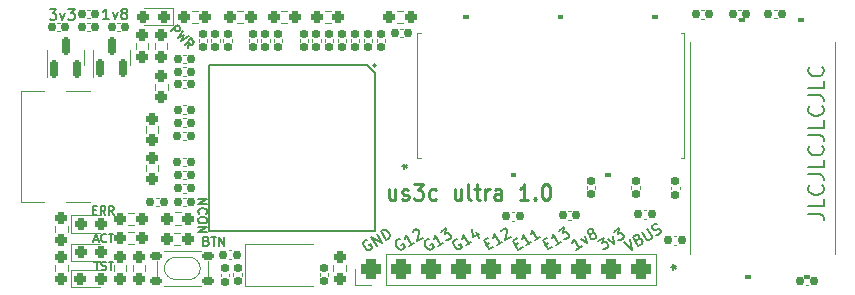
<source format=gto>
G04 #@! TF.GenerationSoftware,KiCad,Pcbnew,(6.0.11-0)*
G04 #@! TF.CreationDate,2023-02-06T17:09:19+08:00*
G04 #@! TF.ProjectId,us3c,75733363-2e6b-4696-9361-645f70636258,rev?*
G04 #@! TF.SameCoordinates,Original*
G04 #@! TF.FileFunction,Legend,Top*
G04 #@! TF.FilePolarity,Positive*
%FSLAX46Y46*%
G04 Gerber Fmt 4.6, Leading zero omitted, Abs format (unit mm)*
G04 Created by KiCad (PCBNEW (6.0.11-0)) date 2023-02-06 17:09:19*
%MOMM*%
%LPD*%
G01*
G04 APERTURE LIST*
G04 Aperture macros list*
%AMRoundRect*
0 Rectangle with rounded corners*
0 $1 Rounding radius*
0 $2 $3 $4 $5 $6 $7 $8 $9 X,Y pos of 4 corners*
0 Add a 4 corners polygon primitive as box body*
4,1,4,$2,$3,$4,$5,$6,$7,$8,$9,$2,$3,0*
0 Add four circle primitives for the rounded corners*
1,1,$1+$1,$2,$3*
1,1,$1+$1,$4,$5*
1,1,$1+$1,$6,$7*
1,1,$1+$1,$8,$9*
0 Add four rect primitives between the rounded corners*
20,1,$1+$1,$2,$3,$4,$5,0*
20,1,$1+$1,$4,$5,$6,$7,0*
20,1,$1+$1,$6,$7,$8,$9,0*
20,1,$1+$1,$8,$9,$2,$3,0*%
G04 Aperture macros list end*
%ADD10C,0.150000*%
%ADD11C,0.228600*%
%ADD12C,0.200000*%
%ADD13C,0.120000*%
%ADD14C,0.100000*%
%ADD15RoundRect,0.237500X-0.287500X-0.237500X0.287500X-0.237500X0.287500X0.237500X-0.287500X0.237500X0*%
%ADD16RoundRect,0.150000X0.150000X-0.587500X0.150000X0.587500X-0.150000X0.587500X-0.150000X-0.587500X0*%
%ADD17RoundRect,0.237500X-0.237500X0.250000X-0.237500X-0.250000X0.237500X-0.250000X0.237500X0.250000X0*%
%ADD18RoundRect,0.155000X-0.212500X-0.155000X0.212500X-0.155000X0.212500X0.155000X-0.212500X0.155000X0*%
%ADD19RoundRect,0.155000X-0.155000X0.212500X-0.155000X-0.212500X0.155000X-0.212500X0.155000X0.212500X0*%
%ADD20C,0.410000*%
%ADD21C,0.650000*%
%ADD22R,2.000000X0.600000*%
%ADD23R,2.000000X0.300000*%
%ADD24R,1.450000X0.600000*%
%ADD25O,1.600000X1.000000*%
%ADD26O,2.100000X1.000000*%
%ADD27RoundRect,0.175260X-0.349250X-0.175260X0.349250X-0.175260X0.349250X0.175260X-0.349250X0.175260X0*%
%ADD28RoundRect,0.155000X0.212500X0.155000X-0.212500X0.155000X-0.212500X-0.155000X0.212500X-0.155000X0*%
%ADD29RoundRect,0.237500X0.237500X-0.250000X0.237500X0.250000X-0.237500X0.250000X-0.237500X-0.250000X0*%
%ADD30RoundRect,0.237500X-0.250000X-0.237500X0.250000X-0.237500X0.250000X0.237500X-0.250000X0.237500X0*%
%ADD31RoundRect,0.155000X0.155000X-0.212500X0.155000X0.212500X-0.155000X0.212500X-0.155000X-0.212500X0*%
%ADD32RoundRect,0.425000X0.425000X-0.425000X0.425000X0.425000X-0.425000X0.425000X-0.425000X-0.425000X0*%
%ADD33R,0.508000X1.193800*%
%ADD34R,0.254000X1.282700*%
%ADD35RoundRect,0.237500X0.250000X0.237500X-0.250000X0.237500X-0.250000X-0.237500X0.250000X-0.237500X0*%
%ADD36RoundRect,0.237500X0.287500X0.237500X-0.287500X0.237500X-0.287500X-0.237500X0.287500X-0.237500X0*%
%ADD37R,2.000000X2.400000*%
G04 APERTURE END LIST*
D10*
X45256754Y-38230945D02*
X45161094Y-38236687D01*
X45049748Y-38300973D01*
X44959831Y-38402374D01*
X44928457Y-38519462D01*
X44934199Y-38615121D01*
X44982798Y-38785011D01*
X45047083Y-38896357D01*
X45169913Y-39023390D01*
X45249885Y-39076192D01*
X45366973Y-39107566D01*
X45499748Y-39080396D01*
X45573979Y-39037538D01*
X45663896Y-38936137D01*
X45679583Y-38877593D01*
X45529583Y-38617786D01*
X45381122Y-38703500D01*
X46056479Y-38758967D02*
X45606479Y-37979544D01*
X46501863Y-38501824D01*
X46051863Y-37722401D01*
X46873017Y-38287538D02*
X46423017Y-37508116D01*
X46608594Y-37400973D01*
X46741368Y-37373802D01*
X46858456Y-37405176D01*
X46938429Y-37457978D01*
X47061259Y-37585011D01*
X47125544Y-37696357D01*
X47174143Y-37866247D01*
X47179885Y-37961907D01*
X47148511Y-38078994D01*
X47058594Y-38180396D01*
X46873017Y-38287538D01*
X30948085Y-34798000D02*
X31710085Y-34798000D01*
X30948085Y-35233428D01*
X31710085Y-35233428D01*
X31020657Y-36031714D02*
X30984371Y-35995428D01*
X30948085Y-35886571D01*
X30948085Y-35814000D01*
X30984371Y-35705142D01*
X31056942Y-35632571D01*
X31129514Y-35596285D01*
X31274657Y-35560000D01*
X31383514Y-35560000D01*
X31528657Y-35596285D01*
X31601228Y-35632571D01*
X31673800Y-35705142D01*
X31710085Y-35814000D01*
X31710085Y-35886571D01*
X31673800Y-35995428D01*
X31637514Y-36031714D01*
X31710085Y-36503428D02*
X31710085Y-36648571D01*
X31673800Y-36721142D01*
X31601228Y-36793714D01*
X31456085Y-36830000D01*
X31202085Y-36830000D01*
X31056942Y-36793714D01*
X30984371Y-36721142D01*
X30948085Y-36648571D01*
X30948085Y-36503428D01*
X30984371Y-36430857D01*
X31056942Y-36358285D01*
X31202085Y-36322000D01*
X31456085Y-36322000D01*
X31601228Y-36358285D01*
X31673800Y-36430857D01*
X31710085Y-36503428D01*
X30948085Y-37156571D02*
X31710085Y-37156571D01*
X30948085Y-37592000D01*
X31710085Y-37592000D01*
X66980829Y-38447373D02*
X67690637Y-39076796D01*
X67500444Y-38147373D01*
X68234345Y-38218526D02*
X68367120Y-38191356D01*
X68425664Y-38207043D01*
X68505636Y-38259845D01*
X68569922Y-38371191D01*
X68575664Y-38466851D01*
X68559977Y-38525394D01*
X68507175Y-38605367D01*
X68210252Y-38776796D01*
X67760252Y-37997373D01*
X68020059Y-37847373D01*
X68115719Y-37841631D01*
X68174263Y-37857318D01*
X68254235Y-37910120D01*
X68297092Y-37984351D01*
X68302834Y-38080010D01*
X68287147Y-38138554D01*
X68234345Y-38218526D01*
X67974538Y-38368526D01*
X68539675Y-37547373D02*
X68903960Y-38178334D01*
X68983933Y-38231136D01*
X69042477Y-38246823D01*
X69138136Y-38241081D01*
X69286598Y-38155367D01*
X69339400Y-38075394D01*
X69355087Y-38016851D01*
X69349345Y-37921191D01*
X68985059Y-37290230D01*
X69747669Y-37839680D02*
X69880444Y-37812510D01*
X70066021Y-37705367D01*
X70118823Y-37625394D01*
X70134510Y-37566851D01*
X70128768Y-37471191D01*
X70085911Y-37396960D01*
X70005938Y-37344158D01*
X69947394Y-37328471D01*
X69851735Y-37334213D01*
X69681845Y-37382812D01*
X69586185Y-37388554D01*
X69527642Y-37372867D01*
X69447669Y-37320065D01*
X69404812Y-37245834D01*
X69399070Y-37150175D01*
X69414757Y-37091631D01*
X69467559Y-37011658D01*
X69653136Y-36904516D01*
X69785911Y-36877345D01*
X23412514Y-19584142D02*
X22898228Y-19584142D01*
X23155371Y-19584142D02*
X23155371Y-18684142D01*
X23069657Y-18812714D01*
X22983942Y-18898428D01*
X22898228Y-18941285D01*
X23712514Y-18984142D02*
X23926800Y-19584142D01*
X24141085Y-18984142D01*
X24612514Y-19069857D02*
X24526800Y-19027000D01*
X24483942Y-18984142D01*
X24441085Y-18898428D01*
X24441085Y-18855571D01*
X24483942Y-18769857D01*
X24526800Y-18727000D01*
X24612514Y-18684142D01*
X24783942Y-18684142D01*
X24869657Y-18727000D01*
X24912514Y-18769857D01*
X24955371Y-18855571D01*
X24955371Y-18898428D01*
X24912514Y-18984142D01*
X24869657Y-19027000D01*
X24783942Y-19069857D01*
X24612514Y-19069857D01*
X24526800Y-19112714D01*
X24483942Y-19155571D01*
X24441085Y-19241285D01*
X24441085Y-19412714D01*
X24483942Y-19498428D01*
X24526800Y-19541285D01*
X24612514Y-19584142D01*
X24783942Y-19584142D01*
X24869657Y-19541285D01*
X24912514Y-19498428D01*
X24955371Y-19412714D01*
X24955371Y-19241285D01*
X24912514Y-19155571D01*
X24869657Y-19112714D01*
X24783942Y-19069857D01*
X63410586Y-38811338D02*
X62965202Y-39068481D01*
X63187894Y-38939910D02*
X62737894Y-38160487D01*
X62727949Y-38314690D01*
X62696576Y-38431778D01*
X62643773Y-38511751D01*
X63370394Y-38141723D02*
X63855971Y-38554196D01*
X63741548Y-37927437D01*
X64192674Y-37765954D02*
X64097015Y-37771696D01*
X64038471Y-37756009D01*
X63958498Y-37703207D01*
X63937070Y-37666091D01*
X63931328Y-37570432D01*
X63947015Y-37511888D01*
X63999817Y-37431916D01*
X64148278Y-37346201D01*
X64243938Y-37340459D01*
X64302482Y-37356146D01*
X64382454Y-37408948D01*
X64403883Y-37446064D01*
X64409625Y-37541723D01*
X64393938Y-37600267D01*
X64341136Y-37680240D01*
X64192674Y-37765954D01*
X64139872Y-37845926D01*
X64124185Y-37904470D01*
X64129927Y-38000130D01*
X64215641Y-38148591D01*
X64295614Y-38201393D01*
X64354158Y-38217080D01*
X64449817Y-38211338D01*
X64598278Y-38125624D01*
X64651081Y-38045652D01*
X64666767Y-37987108D01*
X64661026Y-37891448D01*
X64575311Y-37742987D01*
X64495339Y-37690185D01*
X64436795Y-37674498D01*
X64341136Y-37680240D01*
D11*
X47649656Y-33986028D02*
X47649656Y-34852695D01*
X47092513Y-33986028D02*
X47092513Y-34666980D01*
X47154418Y-34790790D01*
X47278228Y-34852695D01*
X47463942Y-34852695D01*
X47587751Y-34790790D01*
X47649656Y-34728885D01*
X48206799Y-34790790D02*
X48330609Y-34852695D01*
X48578228Y-34852695D01*
X48702037Y-34790790D01*
X48763942Y-34666980D01*
X48763942Y-34605076D01*
X48702037Y-34481266D01*
X48578228Y-34419361D01*
X48392513Y-34419361D01*
X48268704Y-34357457D01*
X48206799Y-34233647D01*
X48206799Y-34171742D01*
X48268704Y-34047933D01*
X48392513Y-33986028D01*
X48578228Y-33986028D01*
X48702037Y-34047933D01*
X49197275Y-33552695D02*
X50002037Y-33552695D01*
X49568704Y-34047933D01*
X49754418Y-34047933D01*
X49878228Y-34109838D01*
X49940132Y-34171742D01*
X50002037Y-34295552D01*
X50002037Y-34605076D01*
X49940132Y-34728885D01*
X49878228Y-34790790D01*
X49754418Y-34852695D01*
X49382990Y-34852695D01*
X49259180Y-34790790D01*
X49197275Y-34728885D01*
X51116323Y-34790790D02*
X50992513Y-34852695D01*
X50744894Y-34852695D01*
X50621085Y-34790790D01*
X50559180Y-34728885D01*
X50497275Y-34605076D01*
X50497275Y-34233647D01*
X50559180Y-34109838D01*
X50621085Y-34047933D01*
X50744894Y-33986028D01*
X50992513Y-33986028D01*
X51116323Y-34047933D01*
X53221085Y-33986028D02*
X53221085Y-34852695D01*
X52663942Y-33986028D02*
X52663942Y-34666980D01*
X52725847Y-34790790D01*
X52849656Y-34852695D01*
X53035370Y-34852695D01*
X53159180Y-34790790D01*
X53221085Y-34728885D01*
X54025847Y-34852695D02*
X53902037Y-34790790D01*
X53840132Y-34666980D01*
X53840132Y-33552695D01*
X54335370Y-33986028D02*
X54830609Y-33986028D01*
X54521085Y-33552695D02*
X54521085Y-34666980D01*
X54582990Y-34790790D01*
X54706799Y-34852695D01*
X54830609Y-34852695D01*
X55263942Y-34852695D02*
X55263942Y-33986028D01*
X55263942Y-34233647D02*
X55325847Y-34109838D01*
X55387751Y-34047933D01*
X55511561Y-33986028D01*
X55635370Y-33986028D01*
X56625847Y-34852695D02*
X56625847Y-34171742D01*
X56563942Y-34047933D01*
X56440132Y-33986028D01*
X56192513Y-33986028D01*
X56068704Y-34047933D01*
X56625847Y-34790790D02*
X56502037Y-34852695D01*
X56192513Y-34852695D01*
X56068704Y-34790790D01*
X56006799Y-34666980D01*
X56006799Y-34543171D01*
X56068704Y-34419361D01*
X56192513Y-34357457D01*
X56502037Y-34357457D01*
X56625847Y-34295552D01*
X58916323Y-34852695D02*
X58173466Y-34852695D01*
X58544894Y-34852695D02*
X58544894Y-33552695D01*
X58421085Y-33738409D01*
X58297275Y-33862219D01*
X58173466Y-33924123D01*
X59473466Y-34728885D02*
X59535370Y-34790790D01*
X59473466Y-34852695D01*
X59411561Y-34790790D01*
X59473466Y-34728885D01*
X59473466Y-34852695D01*
X60340132Y-33552695D02*
X60463942Y-33552695D01*
X60587751Y-33614600D01*
X60649656Y-33676504D01*
X60711561Y-33800314D01*
X60773466Y-34047933D01*
X60773466Y-34357457D01*
X60711561Y-34605076D01*
X60649656Y-34728885D01*
X60587751Y-34790790D01*
X60463942Y-34852695D01*
X60340132Y-34852695D01*
X60216323Y-34790790D01*
X60154418Y-34728885D01*
X60092513Y-34605076D01*
X60030609Y-34357457D01*
X60030609Y-34047933D01*
X60092513Y-33800314D01*
X60154418Y-33676504D01*
X60216323Y-33614600D01*
X60340132Y-33552695D01*
D10*
X22114933Y-38248166D02*
X22453600Y-38248166D01*
X22047200Y-38458623D02*
X22284266Y-37722023D01*
X22521333Y-38458623D01*
X23164800Y-38388471D02*
X23130933Y-38423547D01*
X23029333Y-38458623D01*
X22961600Y-38458623D01*
X22860000Y-38423547D01*
X22792266Y-38353395D01*
X22758400Y-38283242D01*
X22724533Y-38142938D01*
X22724533Y-38037709D01*
X22758400Y-37897404D01*
X22792266Y-37827252D01*
X22860000Y-37757100D01*
X22961600Y-37722023D01*
X23029333Y-37722023D01*
X23130933Y-37757100D01*
X23164800Y-37792176D01*
X23368000Y-37722023D02*
X23774400Y-37722023D01*
X23571200Y-38458623D02*
X23571200Y-37722023D01*
X55344930Y-38645526D02*
X55604738Y-38495526D01*
X55951798Y-38839510D02*
X55580644Y-39053796D01*
X55130644Y-38274373D01*
X55501798Y-38060087D01*
X56694105Y-38410938D02*
X56248721Y-38668081D01*
X56471413Y-38539510D02*
X56021413Y-37760087D01*
X56011468Y-37914290D01*
X55980095Y-38031378D01*
X55927292Y-38111351D01*
X56583886Y-37534318D02*
X56599572Y-37475774D01*
X56652375Y-37395801D01*
X56837951Y-37288658D01*
X56933611Y-37282917D01*
X56992155Y-37298603D01*
X57072127Y-37351406D01*
X57114984Y-37425636D01*
X57142155Y-37558411D01*
X56953913Y-38260938D01*
X57436413Y-37982367D01*
X31648400Y-38350371D02*
X31757257Y-38386657D01*
X31793542Y-38422942D01*
X31829828Y-38495514D01*
X31829828Y-38604371D01*
X31793542Y-38676942D01*
X31757257Y-38713228D01*
X31684685Y-38749514D01*
X31394400Y-38749514D01*
X31394400Y-37987514D01*
X31648400Y-37987514D01*
X31720971Y-38023800D01*
X31757257Y-38060085D01*
X31793542Y-38132657D01*
X31793542Y-38205228D01*
X31757257Y-38277800D01*
X31720971Y-38314085D01*
X31648400Y-38350371D01*
X31394400Y-38350371D01*
X32047542Y-37987514D02*
X32482971Y-37987514D01*
X32265257Y-38749514D02*
X32265257Y-37987514D01*
X32736971Y-38749514D02*
X32736971Y-37987514D01*
X33172400Y-38749514D01*
X33172400Y-37987514D01*
X60323330Y-38645526D02*
X60583138Y-38495526D01*
X60930198Y-38839510D02*
X60559044Y-39053796D01*
X60109044Y-38274373D01*
X60480198Y-38060087D01*
X61672505Y-38410938D02*
X61227121Y-38668081D01*
X61449813Y-38539510D02*
X60999813Y-37760087D01*
X60989868Y-37914290D01*
X60958495Y-38031378D01*
X60905692Y-38111351D01*
X61482313Y-37481516D02*
X61964813Y-37202944D01*
X61876434Y-37649867D01*
X61987780Y-37585581D01*
X62083439Y-37579840D01*
X62141983Y-37595526D01*
X62221956Y-37648329D01*
X62329099Y-37833905D01*
X62334840Y-37929565D01*
X62319154Y-37988109D01*
X62266351Y-38068081D01*
X62043659Y-38196653D01*
X61948000Y-38202394D01*
X61889456Y-38186708D01*
X64789487Y-38335887D02*
X65271986Y-38057316D01*
X65183607Y-38504239D01*
X65294954Y-38439953D01*
X65390613Y-38434211D01*
X65449157Y-38449898D01*
X65529129Y-38502700D01*
X65636272Y-38688277D01*
X65642014Y-38783936D01*
X65626327Y-38842480D01*
X65573525Y-38922453D01*
X65350833Y-39051024D01*
X65255173Y-39056766D01*
X65196629Y-39041079D01*
X65681794Y-38167123D02*
X66167371Y-38579596D01*
X66052948Y-37952837D01*
X66125640Y-37564458D02*
X66608140Y-37285887D01*
X66519761Y-37732810D01*
X66631107Y-37668524D01*
X66726766Y-37662782D01*
X66785310Y-37678469D01*
X66865283Y-37731271D01*
X66972426Y-37916848D01*
X66978167Y-38012508D01*
X66962481Y-38071052D01*
X66909678Y-38151024D01*
X66686986Y-38279596D01*
X66591327Y-38285337D01*
X66532783Y-38269651D01*
X50468627Y-38198802D02*
X50372967Y-38204544D01*
X50261621Y-38268830D01*
X50171704Y-38370231D01*
X50140330Y-38487319D01*
X50146072Y-38582978D01*
X50194671Y-38752868D01*
X50258956Y-38864214D01*
X50381786Y-38991247D01*
X50461759Y-39044049D01*
X50578846Y-39075423D01*
X50711621Y-39048253D01*
X50785852Y-39005396D01*
X50875769Y-38903994D01*
X50891456Y-38845451D01*
X50741456Y-38585643D01*
X50592995Y-38671357D01*
X51676621Y-38491110D02*
X51231236Y-38748253D01*
X51453929Y-38619681D02*
X51003929Y-37840258D01*
X50993984Y-37994462D01*
X50962610Y-38111550D01*
X50909808Y-38191522D01*
X51486428Y-37561687D02*
X51968928Y-37283116D01*
X51880549Y-37730039D01*
X51991895Y-37665753D01*
X52087555Y-37660011D01*
X52146099Y-37675698D01*
X52226071Y-37728500D01*
X52333214Y-37914077D01*
X52338956Y-38009736D01*
X52323269Y-38068280D01*
X52270467Y-38148253D01*
X52047775Y-38276824D01*
X51952115Y-38282566D01*
X51893571Y-38266879D01*
X22148800Y-40098133D02*
X22555200Y-40098133D01*
X22352000Y-40809333D02*
X22352000Y-40098133D01*
X22758400Y-40775466D02*
X22860000Y-40809333D01*
X23029333Y-40809333D01*
X23097066Y-40775466D01*
X23130933Y-40741600D01*
X23164800Y-40673866D01*
X23164800Y-40606133D01*
X23130933Y-40538400D01*
X23097066Y-40504533D01*
X23029333Y-40470666D01*
X22893866Y-40436800D01*
X22826133Y-40402933D01*
X22792266Y-40369066D01*
X22758400Y-40301333D01*
X22758400Y-40233600D01*
X22792266Y-40165866D01*
X22826133Y-40132000D01*
X22893866Y-40098133D01*
X23063200Y-40098133D01*
X23164800Y-40132000D01*
X23368000Y-40098133D02*
X23774400Y-40098133D01*
X23571200Y-40809333D02*
X23571200Y-40098133D01*
D12*
X82625495Y-36044447D02*
X83554066Y-36044447D01*
X83739780Y-36106352D01*
X83863590Y-36230161D01*
X83925495Y-36415876D01*
X83925495Y-36539685D01*
X83925495Y-34806352D02*
X83925495Y-35425400D01*
X82625495Y-35425400D01*
X83801685Y-33630161D02*
X83863590Y-33692066D01*
X83925495Y-33877780D01*
X83925495Y-34001590D01*
X83863590Y-34187304D01*
X83739780Y-34311114D01*
X83615971Y-34373019D01*
X83368352Y-34434923D01*
X83182638Y-34434923D01*
X82935019Y-34373019D01*
X82811209Y-34311114D01*
X82687400Y-34187304D01*
X82625495Y-34001590D01*
X82625495Y-33877780D01*
X82687400Y-33692066D01*
X82749304Y-33630161D01*
X82625495Y-32701590D02*
X83554066Y-32701590D01*
X83739780Y-32763495D01*
X83863590Y-32887304D01*
X83925495Y-33073019D01*
X83925495Y-33196828D01*
X83925495Y-31463495D02*
X83925495Y-32082542D01*
X82625495Y-32082542D01*
X83801685Y-30287304D02*
X83863590Y-30349209D01*
X83925495Y-30534923D01*
X83925495Y-30658733D01*
X83863590Y-30844447D01*
X83739780Y-30968257D01*
X83615971Y-31030161D01*
X83368352Y-31092066D01*
X83182638Y-31092066D01*
X82935019Y-31030161D01*
X82811209Y-30968257D01*
X82687400Y-30844447D01*
X82625495Y-30658733D01*
X82625495Y-30534923D01*
X82687400Y-30349209D01*
X82749304Y-30287304D01*
X82625495Y-29358733D02*
X83554066Y-29358733D01*
X83739780Y-29420638D01*
X83863590Y-29544447D01*
X83925495Y-29730161D01*
X83925495Y-29853971D01*
X83925495Y-28120638D02*
X83925495Y-28739685D01*
X82625495Y-28739685D01*
X83801685Y-26944447D02*
X83863590Y-27006352D01*
X83925495Y-27192066D01*
X83925495Y-27315876D01*
X83863590Y-27501590D01*
X83739780Y-27625400D01*
X83615971Y-27687304D01*
X83368352Y-27749209D01*
X83182638Y-27749209D01*
X82935019Y-27687304D01*
X82811209Y-27625400D01*
X82687400Y-27501590D01*
X82625495Y-27315876D01*
X82625495Y-27192066D01*
X82687400Y-27006352D01*
X82749304Y-26944447D01*
X82625495Y-26015876D02*
X83554066Y-26015876D01*
X83739780Y-26077780D01*
X83863590Y-26201590D01*
X83925495Y-26387304D01*
X83925495Y-26511114D01*
X83925495Y-24777780D02*
X83925495Y-25396828D01*
X82625495Y-25396828D01*
X83801685Y-23601590D02*
X83863590Y-23663495D01*
X83925495Y-23849209D01*
X83925495Y-23973019D01*
X83863590Y-24158733D01*
X83739780Y-24282542D01*
X83615971Y-24344447D01*
X83368352Y-24406352D01*
X83182638Y-24406352D01*
X82935019Y-24344447D01*
X82811209Y-24282542D01*
X82687400Y-24158733D01*
X82625495Y-23973019D01*
X82625495Y-23849209D01*
X82687400Y-23663495D01*
X82749304Y-23601590D01*
D10*
X48004827Y-38198802D02*
X47909167Y-38204544D01*
X47797821Y-38268830D01*
X47707904Y-38370231D01*
X47676530Y-38487319D01*
X47682272Y-38582978D01*
X47730871Y-38752868D01*
X47795156Y-38864214D01*
X47917986Y-38991247D01*
X47997959Y-39044049D01*
X48115046Y-39075423D01*
X48247821Y-39048253D01*
X48322052Y-39005396D01*
X48411969Y-38903994D01*
X48427656Y-38845451D01*
X48277656Y-38585643D01*
X48129195Y-38671357D01*
X49212821Y-38491110D02*
X48767436Y-38748253D01*
X48990129Y-38619681D02*
X48540129Y-37840258D01*
X48530184Y-37994462D01*
X48498810Y-38111550D01*
X48446008Y-38191522D01*
X49102601Y-37614489D02*
X49118288Y-37555945D01*
X49171090Y-37475973D01*
X49356667Y-37368830D01*
X49452326Y-37363088D01*
X49510870Y-37378775D01*
X49590843Y-37431577D01*
X49633700Y-37505808D01*
X49660870Y-37638582D01*
X49472628Y-38341110D01*
X49955128Y-38062538D01*
X57808730Y-38696326D02*
X58068538Y-38546326D01*
X58415598Y-38890310D02*
X58044444Y-39104596D01*
X57594444Y-38325173D01*
X57965598Y-38110887D01*
X59157905Y-38461738D02*
X58712521Y-38718881D01*
X58935213Y-38590310D02*
X58485213Y-37810887D01*
X58475268Y-37965090D01*
X58443895Y-38082178D01*
X58391092Y-38162151D01*
X59900213Y-38033167D02*
X59454828Y-38290310D01*
X59677521Y-38161738D02*
X59227521Y-37382316D01*
X59217576Y-37536519D01*
X59186202Y-37653607D01*
X59133400Y-37733579D01*
X28654229Y-20581929D02*
X29193045Y-20043113D01*
X29398308Y-20248376D01*
X29423965Y-20325350D01*
X29423965Y-20376666D01*
X29398308Y-20453639D01*
X29321334Y-20530613D01*
X29244360Y-20556271D01*
X29193045Y-20556271D01*
X29116071Y-20530613D01*
X28910808Y-20325350D01*
X29680544Y-20530613D02*
X29270018Y-21197718D01*
X29757518Y-20915481D01*
X29475281Y-21402981D01*
X30142386Y-20992455D01*
X30116728Y-22044428D02*
X30193702Y-21608244D01*
X29808834Y-21736533D02*
X30347649Y-21197718D01*
X30552912Y-21402981D01*
X30578570Y-21479954D01*
X30578570Y-21531270D01*
X30552912Y-21608244D01*
X30475938Y-21685217D01*
X30398965Y-21710875D01*
X30347649Y-21710875D01*
X30270675Y-21685217D01*
X30065412Y-21479954D01*
X22047200Y-35737800D02*
X22284266Y-35737800D01*
X22385866Y-36110333D02*
X22047200Y-36110333D01*
X22047200Y-35399133D01*
X22385866Y-35399133D01*
X23097066Y-36110333D02*
X22860000Y-35771666D01*
X22690666Y-36110333D02*
X22690666Y-35399133D01*
X22961600Y-35399133D01*
X23029333Y-35433000D01*
X23063200Y-35466866D01*
X23097066Y-35534600D01*
X23097066Y-35636200D01*
X23063200Y-35703933D01*
X23029333Y-35737800D01*
X22961600Y-35771666D01*
X22690666Y-35771666D01*
X23808266Y-36110333D02*
X23571200Y-35771666D01*
X23401866Y-36110333D02*
X23401866Y-35399133D01*
X23672800Y-35399133D01*
X23740533Y-35433000D01*
X23774400Y-35466866D01*
X23808266Y-35534600D01*
X23808266Y-35636200D01*
X23774400Y-35703933D01*
X23740533Y-35737800D01*
X23672800Y-35771666D01*
X23401866Y-35771666D01*
X52881627Y-38173402D02*
X52785967Y-38179144D01*
X52674621Y-38243430D01*
X52584704Y-38344831D01*
X52553330Y-38461919D01*
X52559072Y-38557578D01*
X52607671Y-38727468D01*
X52671956Y-38838814D01*
X52794786Y-38965847D01*
X52874759Y-39018649D01*
X52991846Y-39050023D01*
X53124621Y-39022853D01*
X53198852Y-38979996D01*
X53288769Y-38878594D01*
X53304456Y-38820051D01*
X53154456Y-38560243D01*
X53005995Y-38645957D01*
X54089621Y-38465710D02*
X53644236Y-38722853D01*
X53866929Y-38594281D02*
X53416929Y-37814858D01*
X53406984Y-37969062D01*
X53375610Y-38086150D01*
X53322808Y-38166122D01*
X54457698Y-37560380D02*
X54757698Y-38079996D01*
X54100692Y-37370600D02*
X54236544Y-38034474D01*
X54719044Y-37755902D01*
X18384971Y-18734942D02*
X18942114Y-18734942D01*
X18642114Y-19077800D01*
X18770685Y-19077800D01*
X18856400Y-19120657D01*
X18899257Y-19163514D01*
X18942114Y-19249228D01*
X18942114Y-19463514D01*
X18899257Y-19549228D01*
X18856400Y-19592085D01*
X18770685Y-19634942D01*
X18513542Y-19634942D01*
X18427828Y-19592085D01*
X18384971Y-19549228D01*
X19242114Y-19034942D02*
X19456400Y-19634942D01*
X19670685Y-19034942D01*
X19927828Y-18734942D02*
X20484971Y-18734942D01*
X20184971Y-19077800D01*
X20313542Y-19077800D01*
X20399257Y-19120657D01*
X20442114Y-19163514D01*
X20484971Y-19249228D01*
X20484971Y-19463514D01*
X20442114Y-19549228D01*
X20399257Y-19592085D01*
X20313542Y-19634942D01*
X20056400Y-19634942D01*
X19970685Y-19592085D01*
X19927828Y-19549228D01*
G04 #@! TO.C,U4*
X48207680Y-32029400D02*
X48445776Y-32029400D01*
X48350538Y-32267495D02*
X48445776Y-32029400D01*
X48350538Y-31791304D01*
X48636252Y-32172257D02*
X48445776Y-32029400D01*
X48636252Y-31886542D01*
X48207680Y-32029400D02*
X48445776Y-32029400D01*
X48350538Y-32267495D02*
X48445776Y-32029400D01*
X48350538Y-31791304D01*
X48636252Y-32172257D02*
X48445776Y-32029400D01*
X48636252Y-31886542D01*
G04 #@! TO.C,U5*
X71019980Y-40570150D02*
X71258076Y-40570150D01*
X71162838Y-40808245D02*
X71258076Y-40570150D01*
X71162838Y-40332054D01*
X71448552Y-40713007D02*
X71258076Y-40570150D01*
X71448552Y-40427292D01*
X71019980Y-40570150D02*
X71258076Y-40570150D01*
X71162838Y-40808245D02*
X71258076Y-40570150D01*
X71162838Y-40332054D01*
X71448552Y-40713007D02*
X71258076Y-40570150D01*
X71448552Y-40427292D01*
D13*
G04 #@! TO.C,D4*
X20209400Y-38558800D02*
X20209400Y-40028800D01*
X22669400Y-38558800D02*
X20209400Y-38558800D01*
X20209400Y-40028800D02*
X22669400Y-40028800D01*
G04 #@! TO.C,U3*
X18175800Y-22809200D02*
X18175800Y-22159200D01*
X18175800Y-22809200D02*
X18175800Y-24484200D01*
X21295800Y-22809200D02*
X21295800Y-23459200D01*
X21295800Y-22809200D02*
X21295800Y-22159200D01*
G04 #@! TO.C,R21*
X25436300Y-40383376D02*
X25436300Y-40892824D01*
X26481300Y-40383376D02*
X26481300Y-40892824D01*
G04 #@! TO.C,C45*
X29669665Y-34243600D02*
X29901335Y-34243600D01*
X29669665Y-33523600D02*
X29901335Y-33523600D01*
G04 #@! TO.C,C21*
X30983600Y-21270965D02*
X30983600Y-21502635D01*
X31703600Y-21270965D02*
X31703600Y-21502635D01*
G04 #@! TO.C,C40*
X35225400Y-21270965D02*
X35225400Y-21502635D01*
X35945400Y-21270965D02*
X35945400Y-21502635D01*
G04 #@! TO.C,C35*
X24115765Y-20603800D02*
X24347435Y-20603800D01*
X24115765Y-19883800D02*
X24347435Y-19883800D01*
G04 #@! TO.C,C43*
X29669665Y-32406000D02*
X29901335Y-32406000D01*
X29669665Y-33126000D02*
X29901335Y-33126000D01*
D12*
G04 #@! TO.C,IC1*
X45287400Y-23481201D02*
X45887400Y-24081201D01*
X31887400Y-23481201D02*
X45287400Y-23481201D01*
X45887400Y-24081201D02*
X45887400Y-37481201D01*
X45887400Y-37481201D02*
X31887400Y-37481201D01*
X31887400Y-37481201D02*
X31887400Y-23481201D01*
X45987400Y-23481201D02*
G75*
G03*
X45987400Y-23481201I-100000J0D01*
G01*
D13*
G04 #@! TO.C,J1*
X17859900Y-35027600D02*
X15959900Y-35027600D01*
X21759900Y-25627600D02*
X19759900Y-25627600D01*
X15959900Y-25627600D02*
X15959900Y-35027600D01*
X21759900Y-35027600D02*
X19759900Y-35027600D01*
X17859900Y-25627600D02*
X15959900Y-25627600D01*
G04 #@! TO.C,U7*
X31826200Y-40055800D02*
X31826200Y-41275000D01*
X29065330Y-39725600D02*
X30218269Y-39725600D01*
X27432000Y-40055800D02*
X27432000Y-41275000D01*
X28067000Y-42138600D02*
X31191200Y-42138600D01*
X28067000Y-39166800D02*
X31191200Y-39166800D01*
X29022261Y-41605200D02*
X30175200Y-41605200D01*
X30175200Y-41605200D02*
G75*
G03*
X30200600Y-39725600I22320J939670D01*
G01*
X29054572Y-39725600D02*
G75*
G03*
X29029172Y-41605200I-22321J-939670D01*
G01*
G04 #@! TO.C,D2*
X20184000Y-42264000D02*
X22644000Y-42264000D01*
X22644000Y-40794000D02*
X20184000Y-40794000D01*
X20184000Y-40794000D02*
X20184000Y-42264000D01*
G04 #@! TO.C,C18*
X48059265Y-21111800D02*
X48290935Y-21111800D01*
X48059265Y-20391800D02*
X48290935Y-20391800D01*
G04 #@! TO.C,C28*
X41330200Y-21270965D02*
X41330200Y-21502635D01*
X40610200Y-21270965D02*
X40610200Y-21502635D01*
G04 #@! TO.C,C26*
X29678365Y-28681000D02*
X29910035Y-28681000D01*
X29678365Y-27961000D02*
X29910035Y-27961000D01*
G04 #@! TO.C,C30*
X37359000Y-21270965D02*
X37359000Y-21502635D01*
X38079000Y-21270965D02*
X38079000Y-21502635D01*
G04 #@! TO.C,C8*
X21807435Y-18766200D02*
X21575765Y-18766200D01*
X21807435Y-19486200D02*
X21575765Y-19486200D01*
G04 #@! TO.C,C25*
X73544165Y-19511600D02*
X73775835Y-19511600D01*
X73544165Y-18791600D02*
X73775835Y-18791600D01*
G04 #@! TO.C,R3*
X19902700Y-37567324D02*
X19902700Y-37057876D01*
X18857700Y-37567324D02*
X18857700Y-37057876D01*
G04 #@! TO.C,C15*
X79690965Y-18766200D02*
X79922635Y-18766200D01*
X79690965Y-19486200D02*
X79922635Y-19486200D01*
G04 #@! TO.C,C41*
X29678365Y-23296200D02*
X29910035Y-23296200D01*
X29678365Y-22576200D02*
X29910035Y-22576200D01*
G04 #@! TO.C,C24*
X62498235Y-35809600D02*
X62266565Y-35809600D01*
X62498235Y-36529600D02*
X62266565Y-36529600D01*
G04 #@! TO.C,R14*
X30403076Y-19877300D02*
X30912524Y-19877300D01*
X30403076Y-18832300D02*
X30912524Y-18832300D01*
G04 #@! TO.C,C12*
X41245200Y-41314635D02*
X41245200Y-41082965D01*
X41965200Y-41314635D02*
X41965200Y-41082965D01*
G04 #@! TO.C,R9*
X27290500Y-21563876D02*
X27290500Y-22073324D01*
X28335500Y-21563876D02*
X28335500Y-22073324D01*
G04 #@! TO.C,C7*
X21575765Y-19883800D02*
X21807435Y-19883800D01*
X21575765Y-20603800D02*
X21807435Y-20603800D01*
G04 #@! TO.C,C38*
X44581400Y-21270965D02*
X44581400Y-21502635D01*
X43861400Y-21270965D02*
X43861400Y-21502635D01*
G04 #@! TO.C,D3*
X22669400Y-36171200D02*
X20209400Y-36171200D01*
X20209400Y-36171200D02*
X20209400Y-37641200D01*
X20209400Y-37641200D02*
X22669400Y-37641200D01*
G04 #@! TO.C,C22*
X42397000Y-21270965D02*
X42397000Y-21502635D01*
X41677000Y-21270965D02*
X41677000Y-21502635D01*
G04 #@! TO.C,U2*
X25182000Y-22783800D02*
X25182000Y-23433800D01*
X22062000Y-22783800D02*
X22062000Y-22133800D01*
X22062000Y-22783800D02*
X22062000Y-24458800D01*
X25182000Y-22783800D02*
X25182000Y-22133800D01*
G04 #@! TO.C,C39*
X36292200Y-21270965D02*
X36292200Y-21502635D01*
X37012200Y-21270965D02*
X37012200Y-21502635D01*
G04 #@! TO.C,R8*
X28360900Y-25018276D02*
X28360900Y-25527724D01*
X27315900Y-25018276D02*
X27315900Y-25527724D01*
G04 #@! TO.C,R13*
X19902700Y-40869324D02*
X19902700Y-40359876D01*
X18857700Y-40869324D02*
X18857700Y-40359876D01*
G04 #@! TO.C,C3*
X64571200Y-33948635D02*
X64571200Y-33716965D01*
X63851200Y-33948635D02*
X63851200Y-33716965D01*
G04 #@! TO.C,J3*
X46817200Y-39411600D02*
X69737200Y-39411600D01*
X46817200Y-42071600D02*
X69737200Y-42071600D01*
X46817200Y-42071600D02*
X46817200Y-39411600D01*
X69737200Y-42071600D02*
X69737200Y-39411600D01*
X44217200Y-42071600D02*
X44217200Y-40741600D01*
X45547200Y-42071600D02*
X44217200Y-42071600D01*
G04 #@! TO.C,R11*
X27548100Y-29161824D02*
X27548100Y-28652376D01*
X26503100Y-29161824D02*
X26503100Y-28652376D01*
G04 #@! TO.C,C32*
X68355800Y-33948635D02*
X68355800Y-33716965D01*
X67635800Y-33948635D02*
X67635800Y-33716965D01*
G04 #@! TO.C,U4*
X72110600Y-31305500D02*
X72110600Y-20764500D01*
X49504600Y-20764500D02*
X49504600Y-31305500D01*
X49504600Y-31305500D02*
X49819560Y-31305500D01*
X49819560Y-20764500D02*
X49504600Y-20764500D01*
X72110600Y-20764500D02*
X71795640Y-20764500D01*
X71795640Y-31305500D02*
X72110600Y-31305500D01*
G36*
X65798700Y-32880300D02*
G01*
X65417700Y-32880300D01*
X65417700Y-32626300D01*
X65798700Y-32626300D01*
X65798700Y-32880300D01*
G37*
D14*
X65798700Y-32880300D02*
X65417700Y-32880300D01*
X65417700Y-32626300D01*
X65798700Y-32626300D01*
X65798700Y-32880300D01*
G36*
X61798200Y-19443700D02*
G01*
X61417200Y-19443700D01*
X61417200Y-19189700D01*
X61798200Y-19189700D01*
X61798200Y-19443700D01*
G37*
X61798200Y-19443700D02*
X61417200Y-19443700D01*
X61417200Y-19189700D01*
X61798200Y-19189700D01*
X61798200Y-19443700D01*
G36*
X69799200Y-19443700D02*
G01*
X69418200Y-19443700D01*
X69418200Y-19189700D01*
X69799200Y-19189700D01*
X69799200Y-19443700D01*
G37*
X69799200Y-19443700D02*
X69418200Y-19443700D01*
X69418200Y-19189700D01*
X69799200Y-19189700D01*
X69799200Y-19443700D01*
G36*
X57797700Y-32880300D02*
G01*
X57416700Y-32880300D01*
X57416700Y-32626300D01*
X57797700Y-32626300D01*
X57797700Y-32880300D01*
G37*
X57797700Y-32880300D02*
X57416700Y-32880300D01*
X57416700Y-32626300D01*
X57797700Y-32626300D01*
X57797700Y-32880300D01*
G36*
X53797200Y-19443700D02*
G01*
X53416200Y-19443700D01*
X53416200Y-19189700D01*
X53797200Y-19189700D01*
X53797200Y-19443700D01*
G37*
X53797200Y-19443700D02*
X53416200Y-19443700D01*
X53416200Y-19189700D01*
X53797200Y-19189700D01*
X53797200Y-19443700D01*
D13*
G04 #@! TO.C,C37*
X40263400Y-21270965D02*
X40263400Y-21502635D01*
X39543400Y-21270965D02*
X39543400Y-21502635D01*
G04 #@! TO.C,C29*
X76900035Y-18791600D02*
X76668365Y-18791600D01*
X76900035Y-19511600D02*
X76668365Y-19511600D01*
G04 #@! TO.C,U5*
X84836000Y-39449001D02*
X84836000Y-21510996D01*
X72593200Y-21510999D02*
X72593200Y-39449004D01*
G36*
X77655100Y-41465500D02*
G01*
X77274100Y-41465500D01*
X77274100Y-41211500D01*
X77655100Y-41211500D01*
X77655100Y-41465500D01*
G37*
D14*
X77655100Y-41465500D02*
X77274100Y-41465500D01*
X77274100Y-41211500D01*
X77655100Y-41211500D01*
X77655100Y-41465500D01*
G36*
X77155098Y-19748500D02*
G01*
X76774098Y-19748500D01*
X76774098Y-19494500D01*
X77155098Y-19494500D01*
X77155098Y-19748500D01*
G37*
X77155098Y-19748500D02*
X76774098Y-19748500D01*
X76774098Y-19494500D01*
X77155098Y-19494500D01*
X77155098Y-19748500D01*
G36*
X82155101Y-19748500D02*
G01*
X81774101Y-19748500D01*
X81774101Y-19494500D01*
X82155101Y-19494500D01*
X82155101Y-19748500D01*
G37*
X82155101Y-19748500D02*
X81774101Y-19748500D01*
X81774101Y-19494500D01*
X82155101Y-19494500D01*
X82155101Y-19748500D01*
G36*
X82655100Y-41465500D02*
G01*
X82274100Y-41465500D01*
X82274100Y-41211500D01*
X82655100Y-41211500D01*
X82655100Y-41465500D01*
G37*
X82655100Y-41465500D02*
X82274100Y-41465500D01*
X82274100Y-41211500D01*
X82655100Y-41211500D01*
X82655100Y-41465500D01*
D13*
G04 #@! TO.C,C42*
X43489200Y-21270965D02*
X43489200Y-21502635D01*
X42769200Y-21270965D02*
X42769200Y-21502635D01*
G04 #@! TO.C,C48*
X33583200Y-41340035D02*
X33583200Y-41108365D01*
X32863200Y-41340035D02*
X32863200Y-41108365D01*
G04 #@! TO.C,C10*
X19010365Y-19883800D02*
X19242035Y-19883800D01*
X19010365Y-20603800D02*
X19242035Y-20603800D01*
G04 #@! TO.C,C46*
X32050400Y-21270965D02*
X32050400Y-21502635D01*
X32770400Y-21270965D02*
X32770400Y-21502635D01*
G04 #@! TO.C,R18*
X28929876Y-37628300D02*
X29439324Y-37628300D01*
X28929876Y-38673300D02*
X29439324Y-38673300D01*
G04 #@! TO.C,R15*
X34773324Y-19877300D02*
X34263876Y-19877300D01*
X34773324Y-18832300D02*
X34263876Y-18832300D01*
G04 #@! TO.C,D1*
X28812600Y-20089800D02*
X28812600Y-18619800D01*
X26352600Y-20089800D02*
X28812600Y-20089800D01*
X28812600Y-18619800D02*
X26352600Y-18619800D01*
G04 #@! TO.C,C31*
X29652965Y-29798600D02*
X29884635Y-29798600D01*
X29652965Y-29078600D02*
X29884635Y-29078600D01*
G04 #@! TO.C,C19*
X70988600Y-33974035D02*
X70988600Y-33742365D01*
X71708600Y-33974035D02*
X71708600Y-33742365D01*
G04 #@! TO.C,R12*
X29464724Y-36971500D02*
X28955276Y-36971500D01*
X29464724Y-35926500D02*
X28955276Y-35926500D01*
G04 #@! TO.C,C2*
X33770835Y-39137000D02*
X33539165Y-39137000D01*
X33770835Y-39857000D02*
X33539165Y-39857000D01*
G04 #@! TO.C,C13*
X68667365Y-35733400D02*
X68899035Y-35733400D01*
X68667365Y-36453400D02*
X68899035Y-36453400D01*
G04 #@! TO.C,R2*
X47802076Y-19928100D02*
X48311524Y-19928100D01*
X47802076Y-18883100D02*
X48311524Y-18883100D01*
G04 #@! TO.C,C9*
X27366965Y-35386600D02*
X27598635Y-35386600D01*
X27366965Y-34666600D02*
X27598635Y-34666600D01*
G04 #@! TO.C,C33*
X29678365Y-25429800D02*
X29910035Y-25429800D01*
X29678365Y-24709800D02*
X29910035Y-24709800D01*
G04 #@! TO.C,C14*
X57723035Y-36631200D02*
X57491365Y-36631200D01*
X57723035Y-35911200D02*
X57491365Y-35911200D01*
G04 #@! TO.C,R10*
X26503100Y-31952476D02*
X26503100Y-32461924D01*
X27548100Y-31952476D02*
X27548100Y-32461924D01*
G04 #@! TO.C,C47*
X33091800Y-21270965D02*
X33091800Y-21502635D01*
X33811800Y-21270965D02*
X33811800Y-21502635D01*
G04 #@! TO.C,C23*
X46071200Y-21270965D02*
X46071200Y-21502635D01*
X46791200Y-21270965D02*
X46791200Y-21502635D01*
G04 #@! TO.C,C1*
X29910035Y-34666600D02*
X29678365Y-34666600D01*
X29910035Y-35386600D02*
X29678365Y-35386600D01*
G04 #@! TO.C,Y1*
X40647600Y-38586000D02*
X34897600Y-38586000D01*
X34897600Y-42186000D02*
X40647600Y-42186000D01*
X34897600Y-38586000D02*
X34897600Y-42186000D01*
G04 #@! TO.C,C27*
X29687065Y-27588800D02*
X29918735Y-27588800D01*
X29687065Y-26868800D02*
X29918735Y-26868800D01*
G04 #@! TO.C,R1*
X43448500Y-40894724D02*
X43448500Y-40385276D01*
X42403500Y-40894724D02*
X42403500Y-40385276D01*
G04 #@! TO.C,C6*
X34650000Y-41314635D02*
X34650000Y-41082965D01*
X33930000Y-41314635D02*
X33930000Y-41082965D01*
G04 #@! TO.C,R5*
X23836100Y-40383376D02*
X23836100Y-40892824D01*
X24881100Y-40383376D02*
X24881100Y-40892824D01*
G04 #@! TO.C,C34*
X45673600Y-21270965D02*
X45673600Y-21502635D01*
X44953600Y-21270965D02*
X44953600Y-21502635D01*
G04 #@! TO.C,R17*
X42164724Y-19877300D02*
X41655276Y-19877300D01*
X42164724Y-18832300D02*
X41655276Y-18832300D01*
G04 #@! TO.C,R6*
X25527724Y-35975400D02*
X25018276Y-35975400D01*
X25527724Y-37020400D02*
X25018276Y-37020400D01*
G04 #@! TO.C,C20*
X71207365Y-37943200D02*
X71439035Y-37943200D01*
X71207365Y-38663200D02*
X71439035Y-38663200D01*
G04 #@! TO.C,R4*
X25690300Y-22073324D02*
X25690300Y-21563876D01*
X26735300Y-22073324D02*
X26735300Y-21563876D01*
G04 #@! TO.C,C36*
X29652965Y-31313800D02*
X29884635Y-31313800D01*
X29652965Y-32033800D02*
X29884635Y-32033800D01*
G04 #@! TO.C,C4*
X82615035Y-41372200D02*
X82383365Y-41372200D01*
X82615035Y-42092200D02*
X82383365Y-42092200D01*
G04 #@! TO.C,C44*
X29678365Y-24363000D02*
X29910035Y-24363000D01*
X29678365Y-23643000D02*
X29910035Y-23643000D01*
G04 #@! TO.C,R16*
X38507124Y-19877300D02*
X37997676Y-19877300D01*
X38507124Y-18832300D02*
X37997676Y-18832300D01*
G04 #@! TO.C,R7*
X25527724Y-37575600D02*
X25018276Y-37575600D01*
X25527724Y-38620600D02*
X25018276Y-38620600D01*
G04 #@! TD*
%LPC*%
D15*
G04 #@! TO.C,D4*
X20994400Y-39293800D03*
X22744400Y-39293800D03*
G04 #@! TD*
D16*
G04 #@! TO.C,U3*
X18785800Y-23746700D03*
X20685800Y-23746700D03*
X19735800Y-21871700D03*
G04 #@! TD*
D17*
G04 #@! TO.C,R21*
X25958800Y-39725600D03*
X25958800Y-41550600D03*
G04 #@! TD*
D18*
G04 #@! TO.C,C45*
X29218000Y-33883600D03*
X30353000Y-33883600D03*
G04 #@! TD*
D19*
G04 #@! TO.C,C21*
X31343600Y-20819300D03*
X31343600Y-21954300D03*
G04 #@! TD*
G04 #@! TO.C,C40*
X35585400Y-20819300D03*
X35585400Y-21954300D03*
G04 #@! TD*
D18*
G04 #@! TO.C,C35*
X23664100Y-20243800D03*
X24799100Y-20243800D03*
G04 #@! TD*
G04 #@! TO.C,C43*
X29218000Y-32766000D03*
X30353000Y-32766000D03*
G04 #@! TD*
D20*
G04 #@! TO.C,IC1*
X45287400Y-24081201D03*
X45287400Y-24881201D03*
X45287400Y-25681201D03*
X45287400Y-26481201D03*
X45287400Y-27281201D03*
X45287400Y-28081201D03*
X45287400Y-28881201D03*
X45287400Y-29681201D03*
X45287400Y-30481201D03*
X45287400Y-31281201D03*
X45287400Y-32081201D03*
X45287400Y-32881201D03*
X45287400Y-33681201D03*
X45287400Y-34481201D03*
X45287400Y-35281201D03*
X45287400Y-36081201D03*
X45287400Y-36881201D03*
X44487400Y-24081201D03*
X44487400Y-24881201D03*
X44487400Y-25681201D03*
X44487400Y-26481201D03*
X44487400Y-27281201D03*
X44487400Y-28081201D03*
X44487400Y-28881201D03*
X44487400Y-29681201D03*
X44487400Y-30481201D03*
X44487400Y-31281201D03*
X44487400Y-32081201D03*
X44487400Y-32881201D03*
X44487400Y-33681201D03*
X44487400Y-34481201D03*
X44487400Y-35281201D03*
X44487400Y-36081201D03*
X44487400Y-36881201D03*
X43687400Y-24081201D03*
X43687400Y-24881201D03*
X43687400Y-25681201D03*
X43687400Y-26481201D03*
X43687400Y-27281201D03*
X43687400Y-28081201D03*
X43687400Y-28881201D03*
X43687400Y-29681201D03*
X43687400Y-30481201D03*
X43687400Y-31281201D03*
X43687400Y-32081201D03*
X43687400Y-32881201D03*
X43687400Y-33681201D03*
X43687400Y-34481201D03*
X43687400Y-35281201D03*
X43687400Y-36081201D03*
X43687400Y-36881201D03*
X42887400Y-24081201D03*
X42887400Y-24881201D03*
X42887400Y-25681201D03*
X42887400Y-26481201D03*
X42887400Y-27281201D03*
X42887400Y-28081201D03*
X42887400Y-28881201D03*
X42887400Y-29681201D03*
X42887400Y-30481201D03*
X42887400Y-31281201D03*
X42887400Y-32081201D03*
X42887400Y-32881201D03*
X42887400Y-33681201D03*
X42887400Y-34481201D03*
X42887400Y-35281201D03*
X42887400Y-36081201D03*
X42887400Y-36881201D03*
X42087400Y-24081201D03*
X42087400Y-24881201D03*
X42087400Y-25681201D03*
X42087400Y-26481201D03*
X42087400Y-27281201D03*
X42087400Y-28081201D03*
X42087400Y-28881201D03*
X42087400Y-29681201D03*
X42087400Y-30481201D03*
X42087400Y-31281201D03*
X42087400Y-32081201D03*
X42087400Y-32881201D03*
X42087400Y-33681201D03*
X42087400Y-34481201D03*
X42087400Y-35281201D03*
X42087400Y-36081201D03*
X42087400Y-36881201D03*
X41287400Y-24081201D03*
X41287400Y-24881201D03*
X41287400Y-25681201D03*
X41287400Y-26481201D03*
X41287400Y-27281201D03*
X41287400Y-28081201D03*
X41287400Y-28881201D03*
X41287400Y-29681201D03*
X41287400Y-30481201D03*
X41287400Y-31281201D03*
X41287400Y-32081201D03*
X41287400Y-32881201D03*
X41287400Y-33681201D03*
X41287400Y-34481201D03*
X41287400Y-35281201D03*
X41287400Y-36081201D03*
X41287400Y-36881201D03*
X40487400Y-24081201D03*
X40487400Y-24881201D03*
X40487400Y-25681201D03*
X40487400Y-26481201D03*
X40487400Y-27281201D03*
X40487400Y-28081201D03*
X40487400Y-28881201D03*
X40487400Y-30481201D03*
X40487400Y-32081201D03*
X40487400Y-32881201D03*
X40487400Y-33681201D03*
X40487400Y-34481201D03*
X40487400Y-35281201D03*
X40487400Y-36081201D03*
X40487400Y-36881201D03*
X39687400Y-24081201D03*
X39687400Y-24881201D03*
X39687400Y-25681201D03*
X39687400Y-26481201D03*
X39687400Y-27281201D03*
X39687400Y-28081201D03*
X39687400Y-32881201D03*
X39687400Y-33681201D03*
X39687400Y-34481201D03*
X39687400Y-35281201D03*
X39687400Y-36081201D03*
X39687400Y-36881201D03*
X38887400Y-24081201D03*
X38887400Y-24881201D03*
X38887400Y-25681201D03*
X38887400Y-26481201D03*
X38887400Y-27281201D03*
X38887400Y-28081201D03*
X38887400Y-28881201D03*
X38887400Y-32081201D03*
X38887400Y-32881201D03*
X38887400Y-33681201D03*
X38887400Y-34481201D03*
X38887400Y-35281201D03*
X38887400Y-36081201D03*
X38887400Y-36881201D03*
X38087400Y-24081201D03*
X38087400Y-24881201D03*
X38087400Y-25681201D03*
X38087400Y-26481201D03*
X38087400Y-27281201D03*
X38087400Y-28081201D03*
X38087400Y-32881201D03*
X38087400Y-33681201D03*
X38087400Y-34481201D03*
X38087400Y-35281201D03*
X38087400Y-36081201D03*
X38087400Y-36881201D03*
X37287400Y-24081201D03*
X37287400Y-24881201D03*
X37287400Y-25681201D03*
X37287400Y-26481201D03*
X37287400Y-27281201D03*
X37287400Y-28081201D03*
X37287400Y-28881201D03*
X37287400Y-30481201D03*
X37287400Y-32081201D03*
X37287400Y-32881201D03*
X37287400Y-33681201D03*
X37287400Y-34481201D03*
X37287400Y-35281201D03*
X37287400Y-36081201D03*
X37287400Y-36881201D03*
X36487400Y-24081201D03*
X36487400Y-24881201D03*
X36487400Y-25681201D03*
X36487400Y-26481201D03*
X36487400Y-27281201D03*
X36487400Y-28081201D03*
X36487400Y-28881201D03*
X36487400Y-29681201D03*
X36487400Y-30481201D03*
X36487400Y-31281201D03*
X36487400Y-32081201D03*
X36487400Y-32881201D03*
X36487400Y-33681201D03*
X36487400Y-34481201D03*
X36487400Y-35281201D03*
X36487400Y-36081201D03*
X36487400Y-36881201D03*
X35687400Y-24081201D03*
X35687400Y-24881201D03*
X35687400Y-25681201D03*
X35687400Y-26481201D03*
X35687400Y-27281201D03*
X35687400Y-28081201D03*
X35687400Y-28881201D03*
X35687400Y-29681201D03*
X35687400Y-30481201D03*
X35687400Y-31281201D03*
X35687400Y-32081201D03*
X35687400Y-32881201D03*
X35687400Y-33681201D03*
X35687400Y-34481201D03*
X35687400Y-35281201D03*
X35687400Y-36081201D03*
X35687400Y-36881201D03*
X34887400Y-24081201D03*
X34887400Y-24881201D03*
X34887400Y-25681201D03*
X34887400Y-26481201D03*
X34887400Y-27281201D03*
X34887400Y-28081201D03*
X34887400Y-28881201D03*
X34887400Y-29681201D03*
X34887400Y-30481201D03*
X34887400Y-31281201D03*
X34887400Y-32081201D03*
X34887400Y-32881201D03*
X34887400Y-33681201D03*
X34887400Y-34481201D03*
X34887400Y-35281201D03*
X34887400Y-36081201D03*
X34887400Y-36881201D03*
X34087400Y-24081201D03*
X34087400Y-24881201D03*
X34087400Y-25681201D03*
X34087400Y-26481201D03*
X34087400Y-27281201D03*
X34087400Y-28081201D03*
X34087400Y-28881201D03*
X34087400Y-29681201D03*
X34087400Y-30481201D03*
X34087400Y-31281201D03*
X34087400Y-32081201D03*
X34087400Y-32881201D03*
X34087400Y-33681201D03*
X34087400Y-34481201D03*
X34087400Y-35281201D03*
X34087400Y-36081201D03*
X34087400Y-36881201D03*
X33287400Y-24081201D03*
X33287400Y-24881201D03*
X33287400Y-25681201D03*
X33287400Y-26481201D03*
X33287400Y-27281201D03*
X33287400Y-28081201D03*
X33287400Y-28881201D03*
X33287400Y-29681201D03*
X33287400Y-30481201D03*
X33287400Y-31281201D03*
X33287400Y-32081201D03*
X33287400Y-32881201D03*
X33287400Y-33681201D03*
X33287400Y-34481201D03*
X33287400Y-35281201D03*
X33287400Y-36081201D03*
X33287400Y-36881201D03*
X32487400Y-24081201D03*
X32487400Y-24881201D03*
X32487400Y-25681201D03*
X32487400Y-26481201D03*
X32487400Y-27281201D03*
X32487400Y-28081201D03*
X32487400Y-28881201D03*
X32487400Y-29681201D03*
X32487400Y-30481201D03*
X32487400Y-31281201D03*
X32487400Y-32081201D03*
X32487400Y-32881201D03*
X32487400Y-33681201D03*
X32487400Y-34481201D03*
X32487400Y-35281201D03*
X32487400Y-36081201D03*
X32487400Y-36881201D03*
G04 #@! TD*
D21*
G04 #@! TO.C,J1*
X22459900Y-27437600D03*
X22459900Y-33217600D03*
D22*
X24259900Y-27077600D03*
X24259900Y-27877600D03*
D23*
X24259900Y-29077600D03*
X24259900Y-30077600D03*
X24259900Y-30577600D03*
X24259900Y-31577600D03*
D22*
X24259900Y-32777600D03*
X24259900Y-33577600D03*
X24259900Y-33577600D03*
D24*
X24259900Y-32777600D03*
D23*
X24259900Y-32077600D03*
X24259900Y-31077600D03*
X24259900Y-29577600D03*
X24259900Y-28577600D03*
D24*
X24259900Y-27877600D03*
X24359900Y-27077600D03*
D25*
X18809900Y-34647600D03*
D26*
X22989900Y-26007600D03*
X22989900Y-34647600D03*
D25*
X18809900Y-26007600D03*
G04 #@! TD*
D27*
G04 #@! TO.C,U7*
X27416760Y-39590980D03*
X31816040Y-39590980D03*
X27416760Y-41739820D03*
X31816040Y-41739820D03*
G04 #@! TD*
D15*
G04 #@! TO.C,D2*
X20969000Y-41529000D03*
X22719000Y-41529000D03*
G04 #@! TD*
D18*
G04 #@! TO.C,C18*
X47607600Y-20751800D03*
X48742600Y-20751800D03*
G04 #@! TD*
D19*
G04 #@! TO.C,C28*
X40970200Y-20819300D03*
X40970200Y-21954300D03*
G04 #@! TD*
D18*
G04 #@! TO.C,C26*
X29226700Y-28321000D03*
X30361700Y-28321000D03*
G04 #@! TD*
D19*
G04 #@! TO.C,C30*
X37719000Y-20819300D03*
X37719000Y-21954300D03*
G04 #@! TD*
D28*
G04 #@! TO.C,C8*
X22259100Y-19126200D03*
X21124100Y-19126200D03*
G04 #@! TD*
D18*
G04 #@! TO.C,C25*
X73092500Y-19151600D03*
X74227500Y-19151600D03*
G04 #@! TD*
D29*
G04 #@! TO.C,R3*
X19380200Y-38225100D03*
X19380200Y-36400100D03*
G04 #@! TD*
D18*
G04 #@! TO.C,C15*
X79239300Y-19126200D03*
X80374300Y-19126200D03*
G04 #@! TD*
G04 #@! TO.C,C41*
X29226700Y-22936200D03*
X30361700Y-22936200D03*
G04 #@! TD*
D28*
G04 #@! TO.C,C24*
X62949900Y-36169600D03*
X61814900Y-36169600D03*
G04 #@! TD*
D30*
G04 #@! TO.C,R14*
X29745300Y-19354800D03*
X31570300Y-19354800D03*
G04 #@! TD*
D31*
G04 #@! TO.C,C12*
X41605200Y-41766300D03*
X41605200Y-40631300D03*
G04 #@! TD*
D17*
G04 #@! TO.C,R9*
X27813000Y-20906100D03*
X27813000Y-22731100D03*
G04 #@! TD*
D18*
G04 #@! TO.C,C7*
X21124100Y-20243800D03*
X22259100Y-20243800D03*
G04 #@! TD*
D19*
G04 #@! TO.C,C38*
X44221400Y-20819300D03*
X44221400Y-21954300D03*
G04 #@! TD*
D15*
G04 #@! TO.C,D3*
X20994400Y-36906200D03*
X22744400Y-36906200D03*
G04 #@! TD*
D19*
G04 #@! TO.C,C22*
X42037000Y-20819300D03*
X42037000Y-21954300D03*
G04 #@! TD*
D16*
G04 #@! TO.C,U2*
X22672000Y-23721300D03*
X24572000Y-23721300D03*
X23622000Y-21846300D03*
G04 #@! TD*
D19*
G04 #@! TO.C,C39*
X36652200Y-20819300D03*
X36652200Y-21954300D03*
G04 #@! TD*
D17*
G04 #@! TO.C,R8*
X27838400Y-24360500D03*
X27838400Y-26185500D03*
G04 #@! TD*
D29*
G04 #@! TO.C,R13*
X19380200Y-41527100D03*
X19380200Y-39702100D03*
G04 #@! TD*
D31*
G04 #@! TO.C,C3*
X64211200Y-34400300D03*
X64211200Y-33265300D03*
G04 #@! TD*
D32*
G04 #@! TO.C,J3*
X45547200Y-40741600D03*
X48087200Y-40741600D03*
X50627200Y-40741600D03*
X53167200Y-40741600D03*
X55707200Y-40741600D03*
X58247200Y-40741600D03*
X60787200Y-40741600D03*
X63327200Y-40741600D03*
X65867200Y-40741600D03*
X68407200Y-40741600D03*
G04 #@! TD*
D29*
G04 #@! TO.C,R11*
X27025600Y-29819600D03*
X27025600Y-27994600D03*
G04 #@! TD*
D31*
G04 #@! TO.C,C32*
X67995800Y-34400300D03*
X67995800Y-33265300D03*
G04 #@! TD*
D33*
G04 #@! TO.C,U4*
X50406300Y-31775400D03*
X51206400Y-31775400D03*
X52006500Y-31775400D03*
X52806600Y-31775400D03*
X53606700Y-31775400D03*
X54406800Y-31775400D03*
X55206900Y-31775400D03*
X56007000Y-31775400D03*
X56807100Y-31775400D03*
X57607200Y-31775400D03*
X58407300Y-31775400D03*
X59207400Y-31775400D03*
X60007500Y-31775400D03*
X60807600Y-31775400D03*
X61607700Y-31775400D03*
X62407800Y-31775400D03*
X63207900Y-31775400D03*
X64008000Y-31775400D03*
X64808100Y-31775400D03*
X65608200Y-31775400D03*
X66408300Y-31775400D03*
X67208400Y-31775400D03*
X68008500Y-31775400D03*
X68808600Y-31775400D03*
X69608700Y-31775400D03*
X70408800Y-31775400D03*
X71208900Y-31775400D03*
X71208900Y-20294600D03*
X70408800Y-20294600D03*
X69608700Y-20294600D03*
X68808600Y-20294600D03*
X68008500Y-20294600D03*
X67208400Y-20294600D03*
X66408300Y-20294600D03*
X65608200Y-20294600D03*
X64808100Y-20294600D03*
X64008000Y-20294600D03*
X63207900Y-20294600D03*
X62407800Y-20294600D03*
X61607700Y-20294600D03*
X60807600Y-20294600D03*
X60007500Y-20294600D03*
X59207400Y-20294600D03*
X58407300Y-20294600D03*
X57607200Y-20294600D03*
X56807100Y-20294600D03*
X56007000Y-20294600D03*
X55206900Y-20294600D03*
X54406800Y-20294600D03*
X53606700Y-20294600D03*
X52806600Y-20294600D03*
X52006500Y-20294600D03*
X51206400Y-20294600D03*
X50406300Y-20294600D03*
G04 #@! TD*
D19*
G04 #@! TO.C,C37*
X39903400Y-20819300D03*
X39903400Y-21954300D03*
G04 #@! TD*
D28*
G04 #@! TO.C,C29*
X77351700Y-19151600D03*
X76216700Y-19151600D03*
G04 #@! TD*
D34*
G04 #@! TO.C,U5*
X72964601Y-40316150D03*
X73464600Y-40316150D03*
X73964599Y-40316150D03*
X74464601Y-40316150D03*
X74964600Y-40316150D03*
X75464599Y-40316150D03*
X75964600Y-40316150D03*
X76464599Y-40316150D03*
X76964601Y-40316150D03*
X77464600Y-40316150D03*
X77964599Y-40316150D03*
X78464600Y-40316150D03*
X78964600Y-40316150D03*
X79464601Y-40316150D03*
X79964600Y-40316150D03*
X80464599Y-40316150D03*
X80964601Y-40316150D03*
X81464600Y-40316150D03*
X81964601Y-40316150D03*
X82464600Y-40316150D03*
X82964599Y-40316150D03*
X83464601Y-40316150D03*
X83964600Y-40316150D03*
X84464601Y-40316150D03*
X84464599Y-20643850D03*
X83964600Y-20643850D03*
X83464601Y-20643850D03*
X82964599Y-20643850D03*
X82464600Y-20643850D03*
X81964599Y-20643850D03*
X81464600Y-20643850D03*
X80964601Y-20643850D03*
X80464599Y-20643850D03*
X79964600Y-20643850D03*
X79464598Y-20643850D03*
X78964600Y-20643850D03*
X78464600Y-20643850D03*
X77964599Y-20643850D03*
X77464600Y-20643850D03*
X76964601Y-20643850D03*
X76464599Y-20643850D03*
X75964600Y-20643850D03*
X75464599Y-20643850D03*
X74964600Y-20643850D03*
X74464601Y-20643850D03*
X73964599Y-20643850D03*
X73464600Y-20643850D03*
X72964599Y-20643850D03*
G04 #@! TD*
D19*
G04 #@! TO.C,C42*
X43129200Y-20819300D03*
X43129200Y-21954300D03*
G04 #@! TD*
D31*
G04 #@! TO.C,C48*
X33223200Y-41791700D03*
X33223200Y-40656700D03*
G04 #@! TD*
D18*
G04 #@! TO.C,C10*
X18558700Y-20243800D03*
X19693700Y-20243800D03*
G04 #@! TD*
D19*
G04 #@! TO.C,C46*
X32410400Y-20819300D03*
X32410400Y-21954300D03*
G04 #@! TD*
D30*
G04 #@! TO.C,R18*
X28272100Y-38150800D03*
X30097100Y-38150800D03*
G04 #@! TD*
D35*
G04 #@! TO.C,R15*
X35431100Y-19354800D03*
X33606100Y-19354800D03*
G04 #@! TD*
D36*
G04 #@! TO.C,D1*
X28027600Y-19354800D03*
X26277600Y-19354800D03*
G04 #@! TD*
D18*
G04 #@! TO.C,C31*
X29201300Y-29438600D03*
X30336300Y-29438600D03*
G04 #@! TD*
D31*
G04 #@! TO.C,C19*
X71348600Y-34425700D03*
X71348600Y-33290700D03*
G04 #@! TD*
D35*
G04 #@! TO.C,R12*
X30122500Y-36449000D03*
X28297500Y-36449000D03*
G04 #@! TD*
D28*
G04 #@! TO.C,C2*
X34222500Y-39497000D03*
X33087500Y-39497000D03*
G04 #@! TD*
D18*
G04 #@! TO.C,C13*
X68215700Y-36093400D03*
X69350700Y-36093400D03*
G04 #@! TD*
D30*
G04 #@! TO.C,R2*
X47144300Y-19405600D03*
X48969300Y-19405600D03*
G04 #@! TD*
D18*
G04 #@! TO.C,C9*
X26915300Y-35026600D03*
X28050300Y-35026600D03*
G04 #@! TD*
G04 #@! TO.C,C33*
X29226700Y-25069800D03*
X30361700Y-25069800D03*
G04 #@! TD*
D28*
G04 #@! TO.C,C14*
X58174700Y-36271200D03*
X57039700Y-36271200D03*
G04 #@! TD*
D17*
G04 #@! TO.C,R10*
X27025600Y-31294700D03*
X27025600Y-33119700D03*
G04 #@! TD*
D19*
G04 #@! TO.C,C47*
X33451800Y-20819300D03*
X33451800Y-21954300D03*
G04 #@! TD*
G04 #@! TO.C,C23*
X46431200Y-20819300D03*
X46431200Y-21954300D03*
G04 #@! TD*
D28*
G04 #@! TO.C,C1*
X30361700Y-35026600D03*
X29226700Y-35026600D03*
G04 #@! TD*
D37*
G04 #@! TO.C,Y1*
X36097600Y-40386000D03*
X39797600Y-40386000D03*
G04 #@! TD*
D18*
G04 #@! TO.C,C27*
X29235400Y-27228800D03*
X30370400Y-27228800D03*
G04 #@! TD*
D29*
G04 #@! TO.C,R1*
X42926000Y-41552500D03*
X42926000Y-39727500D03*
G04 #@! TD*
D31*
G04 #@! TO.C,C6*
X34290000Y-41766300D03*
X34290000Y-40631300D03*
G04 #@! TD*
D17*
G04 #@! TO.C,R5*
X24358600Y-39725600D03*
X24358600Y-41550600D03*
G04 #@! TD*
D19*
G04 #@! TO.C,C34*
X45313600Y-20819300D03*
X45313600Y-21954300D03*
G04 #@! TD*
D35*
G04 #@! TO.C,R17*
X42822500Y-19354800D03*
X40997500Y-19354800D03*
G04 #@! TD*
G04 #@! TO.C,R6*
X26185500Y-36497900D03*
X24360500Y-36497900D03*
G04 #@! TD*
D18*
G04 #@! TO.C,C20*
X70755700Y-38303200D03*
X71890700Y-38303200D03*
G04 #@! TD*
D29*
G04 #@! TO.C,R4*
X26212800Y-22731100D03*
X26212800Y-20906100D03*
G04 #@! TD*
D18*
G04 #@! TO.C,C36*
X29201300Y-31673800D03*
X30336300Y-31673800D03*
G04 #@! TD*
D28*
G04 #@! TO.C,C4*
X83066700Y-41732200D03*
X81931700Y-41732200D03*
G04 #@! TD*
D18*
G04 #@! TO.C,C44*
X29226700Y-24003000D03*
X30361700Y-24003000D03*
G04 #@! TD*
D35*
G04 #@! TO.C,R16*
X39164900Y-19354800D03*
X37339900Y-19354800D03*
G04 #@! TD*
G04 #@! TO.C,R7*
X26185500Y-38098100D03*
X24360500Y-38098100D03*
G04 #@! TD*
M02*

</source>
